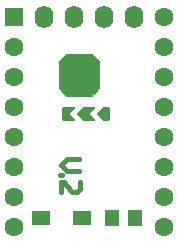
<source format=gts>
G04 Layer: TopSolderMaskLayer*
G04 EasyEDA Pro v1.9.29, 2023-05-07 01:58:04*
G04 Gerber Generator version 0.3*
G04 Scale: 100 percent, Rotated: No, Reflected: No*
G04 Dimensions in millimeters*
G04 Leading zeros omitted, absolute positions, 3 integers and 3 decimals*
%FSLAX33Y33*%
%MOMM*%
%AMOval*1,1,$1,$2,$3*1,1,$1,$4,$5*20,1,$1,$2,$3,$4,$5,0*%
%AMPolygonMacro1*4,1,13,-0.5508,-0.499999,-0.5508,0.499999,-0.5,0.550799,-0.5,0.550799,0.5,0.550799,0.5508,0.499999,0.536115,0.464272,0.076821,-0.000002,0.536114,-0.464272,0.5508,-0.499999,0.5,-0.550799,0.5,-0.550799,-0.5,-0.550799,-0.5508,-0.499999,0*%
%AMPolygonMacro2*4,1,20,-0.285922,-0.53592,-0.285922,-0.53592,-0.785921,-0.035921,-0.785921,-0.035921,-0.8008,0.0,-0.785921,0.035921,-0.785921,0.035921,-0.285922,0.53592,-0.285922,0.53592,-0.250001,0.550799,-0.250001,0.550799,0.75,0.550799,0.8008,0.499999,0.785921,0.464078,0.32184,0.0,0.785921,-0.464078,0.8008,-0.499999,0.75,-0.550799,0.75,-0.550799,-0.250001,-0.550799,-0.285922,-0.53592,0*%
%AMPolygonMacro3*4,1,18,0.5,-0.550799,0.5,-0.550799,-0.000001,-0.550799,-0.035922,-0.53592,-0.035922,-0.53592,-0.535921,-0.035921,-0.535921,-0.035921,-0.5508,0.0,-0.535921,0.035921,-0.535921,0.035921,-0.035922,0.53592,-0.035922,0.53592,-0.000001,0.550799,-0.000001,0.550799,0.5,0.550799,0.5508,0.499999,0.5508,0.499999,0.5508,-0.499999,0.5,-0.550799,0*%
%ADD10C,0.0254*%
%ADD11C,0.399999*%
%ADD12C,1.6016*%
%ADD13R,1.6016X1.6016*%
%ADD14Oval,1.6016X0.0X-0.15X0.0X0.15*%
%ADD15R,1.501597X1.301598*%
%ADD16R,1.234135X1.47861*%
%ADD17PolygonMacro1*%
%ADD18PolygonMacro2*%
%ADD19PolygonMacro3*%
G75*


G04 PolygonModel Start*
G36*
G01X5075Y15274D02*
G01X5710Y15909D01*
G01X7869D01*
G01X8504Y15274D01*
G01Y12988D01*
G01X7869Y12353D01*
G01X5710D01*
G01X5075Y12988D01*
G01Y15274D01*
G37*
G54D10*
G01X5075Y15274D02*
G01X5710Y15909D01*
G01X7869D01*
G01X8504Y15274D01*
G01Y12988D01*
G01X7869Y12353D01*
G01X5710D01*
G01X5075Y12988D01*
G01Y15274D01*
G54D11*
G01X5266Y6477D02*
G01X5774Y6985D01*
G01X6790D01*
G01X5266Y6477D02*
G01X5774Y5969D01*
G01X6790D01*
G01X5330Y5652D02*
G01X5203Y5652D01*
G01X5266Y4191D02*
G01X5266Y5080D01*
G01X5561D01*
G01X6196Y4191D01*
G01X6663D01*
G01X6917Y4445D01*
G01Y5080D01*
G04 PolygonModel End*

G04 Pad Start*
G54D12*
G01X13970Y13970D03*
G01X13970Y16510D03*
G01X13970Y19050D03*
G01X13970Y11430D03*
G01X13970Y8890D03*
G01X13970Y6350D03*
G01X13970Y3810D03*
G01X13970Y1270D03*
G01X1270Y1270D03*
G01X1270Y3810D03*
G01X1270Y6350D03*
G01X1270Y8890D03*
G01X1270Y11430D03*
G01X1270Y13970D03*
G01X1270Y16510D03*
G54D13*
G01X1270Y19050D03*
G54D14*
G01X11430Y19050D03*
G01X8890Y19050D03*
G01X6350Y19050D03*
G01X3810Y19050D03*
G54D15*
G01X7086Y2033D03*
G01X3616Y2033D03*
G54D16*
G01X11565Y2054D03*
G01X9565Y2054D03*
G54D17*
G01X5912Y10795D03*
G54D18*
G01X7362Y10795D03*
G54D19*
G01X8812Y10795D03*
G04 Pad End*

M02*

</source>
